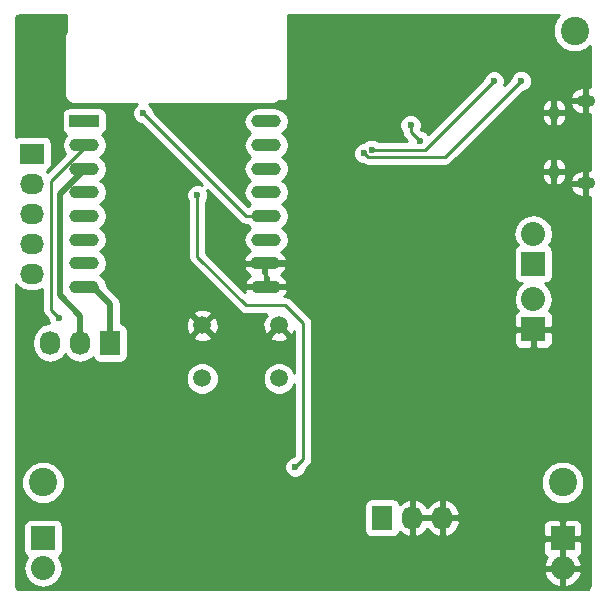
<source format=gbr>
G04 #@! TF.FileFunction,Copper,L2,Bot,Signal*
%FSLAX46Y46*%
G04 Gerber Fmt 4.6, Leading zero omitted, Abs format (unit mm)*
G04 Created by KiCad (PCBNEW 4.0.2-1.fc23-product) date Tue 29 Mar 2016 21:37:23 CEST*
%MOMM*%
G01*
G04 APERTURE LIST*
%ADD10C,0.100000*%
%ADD11C,2.400000*%
%ADD12R,2.032000X2.032000*%
%ADD13O,2.032000X2.032000*%
%ADD14R,1.727200X2.032000*%
%ADD15O,1.727200X2.032000*%
%ADD16O,0.950000X1.250000*%
%ADD17O,1.550000X1.000000*%
%ADD18C,1.500000*%
%ADD19R,2.500000X1.100000*%
%ADD20O,2.500000X1.100000*%
%ADD21R,2.032000X1.727200*%
%ADD22O,2.032000X1.727200*%
%ADD23C,0.600000*%
%ADD24C,0.250000*%
%ADD25C,0.500000*%
%ADD26C,0.254000*%
G04 APERTURE END LIST*
D10*
D11*
X153000000Y-90250000D03*
X197000000Y-90250000D03*
D12*
X153000000Y-95000000D03*
D13*
X153000000Y-97540000D03*
D12*
X197000000Y-95000000D03*
D13*
X197000000Y-97540000D03*
D14*
X181710000Y-93250000D03*
D15*
X184250000Y-93250000D03*
X186790000Y-93250000D03*
D14*
X158680000Y-78450000D03*
D15*
X156140000Y-78450000D03*
X153600000Y-78450000D03*
D16*
X196247460Y-63940900D03*
X196247460Y-58940900D03*
D17*
X198947460Y-64940900D03*
X198947460Y-57940900D03*
D18*
X172970000Y-81460000D03*
X166470000Y-81460000D03*
X166470000Y-76960000D03*
X172970000Y-76960000D03*
D12*
X194500000Y-77290000D03*
D13*
X194500000Y-74750000D03*
D12*
X194500000Y-71750000D03*
D13*
X194500000Y-69210000D03*
D19*
X156490000Y-59700000D03*
D20*
X156490000Y-61700000D03*
X156490000Y-63700000D03*
X156490000Y-65700000D03*
X156490000Y-67700000D03*
X156490000Y-69700000D03*
X156490000Y-71700000D03*
X156490000Y-73700000D03*
X171890000Y-73700000D03*
X171790000Y-71700000D03*
X171890000Y-69700000D03*
X171890000Y-67700000D03*
X171890000Y-65700000D03*
X171890000Y-63700000D03*
X171890000Y-61700000D03*
X171890000Y-59700000D03*
D21*
X152075000Y-62425000D03*
D22*
X152075000Y-64965000D03*
X152075000Y-67505000D03*
X152075000Y-70045000D03*
X152075000Y-72585000D03*
D11*
X198000000Y-52000000D03*
D23*
X161450000Y-59000000D03*
X157190000Y-73700000D03*
X180150000Y-67440000D03*
X180190298Y-62400873D03*
X193480000Y-56260000D03*
X180814980Y-62084979D03*
X191178755Y-56268755D03*
X184890000Y-61340000D03*
X184110000Y-60000000D03*
X166050000Y-65925000D03*
X174350000Y-88950000D03*
X154314887Y-76315215D03*
D24*
X161450000Y-59000000D02*
X170150000Y-67700000D01*
X170150000Y-67700000D02*
X171190000Y-67700000D01*
D25*
X158680000Y-78450000D02*
X158680000Y-75190000D01*
X158680000Y-75190000D02*
X157190000Y-73700000D01*
X178050000Y-68550000D02*
X174900000Y-71700000D01*
X174900000Y-71700000D02*
X171190000Y-71700000D01*
D24*
X187039128Y-62700872D02*
X180490297Y-62700872D01*
X180490297Y-62700872D02*
X180190298Y-62400873D01*
X193480000Y-56260000D02*
X187039128Y-62700872D01*
X181239244Y-62084979D02*
X180814980Y-62084979D01*
X185362531Y-62084979D02*
X181239244Y-62084979D01*
X191178755Y-56268755D02*
X185362531Y-62084979D01*
D25*
X156140000Y-78450000D02*
X156140000Y-76142294D01*
X156140000Y-76142294D02*
X154407388Y-74409682D01*
X154407388Y-65809806D02*
X156517194Y-63700000D01*
X154407388Y-74409682D02*
X154407388Y-65809806D01*
X156517194Y-63700000D02*
X157190000Y-63700000D01*
D24*
X184110000Y-60000000D02*
X184110000Y-60560000D01*
X184110000Y-60560000D02*
X184890000Y-61340000D01*
X174350000Y-88950000D02*
X175041015Y-88258985D01*
X175041015Y-88258985D02*
X175041015Y-76797965D01*
X175041015Y-76797965D02*
X173520111Y-75277061D01*
X173520111Y-75277061D02*
X170170275Y-75277061D01*
X170170275Y-75277061D02*
X166050000Y-71156786D01*
X166050000Y-71156786D02*
X166050000Y-65925000D01*
X153673373Y-64720598D02*
X153673373Y-75673701D01*
X156693971Y-61700000D02*
X153673373Y-64720598D01*
X154014888Y-76015216D02*
X154314887Y-76315215D01*
X153673373Y-75673701D02*
X154014888Y-76015216D01*
X157190000Y-61700000D02*
X156693971Y-61700000D01*
X157190000Y-61700000D02*
X156120000Y-61700000D01*
D26*
G36*
X154973000Y-52035301D02*
X154844046Y-52228295D01*
X154790000Y-52500000D01*
X154790000Y-57500000D01*
X154844046Y-57771705D01*
X154997954Y-58002046D01*
X155228295Y-58155954D01*
X155500000Y-58210000D01*
X160917935Y-58210000D01*
X160657808Y-58469673D01*
X160515162Y-58813201D01*
X160514838Y-59185167D01*
X160656883Y-59528943D01*
X160919673Y-59792192D01*
X161263201Y-59934838D01*
X161310077Y-59934879D01*
X166456651Y-65081453D01*
X166236799Y-64990162D01*
X165864833Y-64989838D01*
X165521057Y-65131883D01*
X165257808Y-65394673D01*
X165115162Y-65738201D01*
X165114838Y-66110167D01*
X165256883Y-66453943D01*
X165290000Y-66487118D01*
X165290000Y-71156786D01*
X165347852Y-71447625D01*
X165512599Y-71694187D01*
X169632874Y-75814462D01*
X169879436Y-75979209D01*
X170170275Y-76037061D01*
X171899399Y-76037061D01*
X171883426Y-76053034D01*
X171998481Y-76168089D01*
X171757540Y-76236077D01*
X171572799Y-76755171D01*
X171600770Y-77305448D01*
X171757540Y-77683923D01*
X171998483Y-77751912D01*
X172790395Y-76960000D01*
X172776253Y-76945858D01*
X172955858Y-76766253D01*
X172970000Y-76780395D01*
X172984143Y-76766253D01*
X173163748Y-76945858D01*
X173149605Y-76960000D01*
X173941517Y-77751912D01*
X174182460Y-77683923D01*
X174281015Y-77406998D01*
X174281015Y-81006076D01*
X174144831Y-80676485D01*
X173755564Y-80286539D01*
X173246702Y-80075241D01*
X172695715Y-80074760D01*
X172186485Y-80285169D01*
X171796539Y-80674436D01*
X171585241Y-81183298D01*
X171584760Y-81734285D01*
X171795169Y-82243515D01*
X172184436Y-82633461D01*
X172693298Y-82844759D01*
X173244285Y-82845240D01*
X173753515Y-82634831D01*
X174143461Y-82245564D01*
X174281015Y-81914297D01*
X174281015Y-87944183D01*
X174210320Y-88014878D01*
X174164833Y-88014838D01*
X173821057Y-88156883D01*
X173557808Y-88419673D01*
X173415162Y-88763201D01*
X173414838Y-89135167D01*
X173556883Y-89478943D01*
X173819673Y-89742192D01*
X174163201Y-89884838D01*
X174535167Y-89885162D01*
X174878943Y-89743117D01*
X175142192Y-89480327D01*
X175284838Y-89136799D01*
X175284879Y-89089923D01*
X175578416Y-88796386D01*
X175743163Y-88549824D01*
X175801015Y-88258985D01*
X175801015Y-77575750D01*
X192849000Y-77575750D01*
X192849000Y-78432309D01*
X192945673Y-78665698D01*
X193124301Y-78844327D01*
X193357690Y-78941000D01*
X194214250Y-78941000D01*
X194373000Y-78782250D01*
X194373000Y-77417000D01*
X194627000Y-77417000D01*
X194627000Y-78782250D01*
X194785750Y-78941000D01*
X195642310Y-78941000D01*
X195875699Y-78844327D01*
X196054327Y-78665698D01*
X196151000Y-78432309D01*
X196151000Y-77575750D01*
X195992250Y-77417000D01*
X194627000Y-77417000D01*
X194373000Y-77417000D01*
X193007750Y-77417000D01*
X192849000Y-77575750D01*
X175801015Y-77575750D01*
X175801015Y-76797965D01*
X175743163Y-76507126D01*
X175578416Y-76260564D01*
X174057512Y-74739660D01*
X173810950Y-74574913D01*
X173520111Y-74517061D01*
X173435173Y-74517061D01*
X173517724Y-74448118D01*
X173733398Y-74036146D01*
X173733803Y-74009744D01*
X173608361Y-73827000D01*
X172017000Y-73827000D01*
X172017000Y-73847000D01*
X171763000Y-73847000D01*
X171763000Y-73827000D01*
X170171639Y-73827000D01*
X170046197Y-74009744D01*
X170046602Y-74036146D01*
X170093231Y-74125215D01*
X167977760Y-72009744D01*
X169946197Y-72009744D01*
X169946602Y-72036146D01*
X170162276Y-72448118D01*
X170513873Y-72741758D01*
X170262276Y-72951882D01*
X170046602Y-73363854D01*
X170046197Y-73390256D01*
X170171639Y-73573000D01*
X171763000Y-73573000D01*
X171763000Y-72515000D01*
X171663000Y-72515000D01*
X171663000Y-71827000D01*
X171917000Y-71827000D01*
X171917000Y-72885000D01*
X172017000Y-72885000D01*
X172017000Y-73573000D01*
X173608361Y-73573000D01*
X173733803Y-73390256D01*
X173733398Y-73363854D01*
X173517724Y-72951882D01*
X173166127Y-72658242D01*
X173417724Y-72448118D01*
X173633398Y-72036146D01*
X173633803Y-72009744D01*
X173508361Y-71827000D01*
X171917000Y-71827000D01*
X171663000Y-71827000D01*
X170071639Y-71827000D01*
X169946197Y-72009744D01*
X167977760Y-72009744D01*
X166810000Y-70841984D01*
X166810000Y-66487463D01*
X166842192Y-66455327D01*
X166984838Y-66111799D01*
X166985162Y-65739833D01*
X166893717Y-65518519D01*
X169612599Y-68237401D01*
X169859161Y-68402148D01*
X170150000Y-68460000D01*
X170263083Y-68460000D01*
X170315149Y-68537922D01*
X170557717Y-68700000D01*
X170315149Y-68862078D01*
X170058274Y-69246520D01*
X169968071Y-69700000D01*
X170058274Y-70153480D01*
X170315149Y-70537922D01*
X170505583Y-70665165D01*
X170162276Y-70951882D01*
X169946602Y-71363854D01*
X169946197Y-71390256D01*
X170071639Y-71573000D01*
X171663000Y-71573000D01*
X171663000Y-71553000D01*
X171917000Y-71553000D01*
X171917000Y-71573000D01*
X173508361Y-71573000D01*
X173633803Y-71390256D01*
X173633398Y-71363854D01*
X173417724Y-70951882D01*
X173163309Y-70739405D01*
X173464851Y-70537922D01*
X173721726Y-70153480D01*
X173811929Y-69700000D01*
X173721726Y-69246520D01*
X173697325Y-69210000D01*
X192816655Y-69210000D01*
X192942330Y-69841810D01*
X193169499Y-70181792D01*
X193032559Y-70269910D01*
X192887569Y-70482110D01*
X192836560Y-70734000D01*
X192836560Y-72766000D01*
X192880838Y-73001317D01*
X193019910Y-73217441D01*
X193232110Y-73362431D01*
X193484000Y-73413440D01*
X193537276Y-73413440D01*
X193332567Y-73550222D01*
X192974675Y-74085845D01*
X192849000Y-74717655D01*
X192849000Y-74782345D01*
X192974675Y-75414155D01*
X193175372Y-75714519D01*
X193124301Y-75735673D01*
X192945673Y-75914302D01*
X192849000Y-76147691D01*
X192849000Y-77004250D01*
X193007750Y-77163000D01*
X194373000Y-77163000D01*
X194373000Y-77143000D01*
X194627000Y-77143000D01*
X194627000Y-77163000D01*
X195992250Y-77163000D01*
X196151000Y-77004250D01*
X196151000Y-76147691D01*
X196054327Y-75914302D01*
X195875699Y-75735673D01*
X195824628Y-75714519D01*
X196025325Y-75414155D01*
X196151000Y-74782345D01*
X196151000Y-74717655D01*
X196025325Y-74085845D01*
X195667433Y-73550222D01*
X195462724Y-73413440D01*
X195516000Y-73413440D01*
X195751317Y-73369162D01*
X195967441Y-73230090D01*
X196112431Y-73017890D01*
X196163440Y-72766000D01*
X196163440Y-70734000D01*
X196119162Y-70498683D01*
X195980090Y-70282559D01*
X195831163Y-70180802D01*
X196057670Y-69841810D01*
X196183345Y-69210000D01*
X196057670Y-68578190D01*
X195699778Y-68042567D01*
X195164155Y-67684675D01*
X194532345Y-67559000D01*
X194467655Y-67559000D01*
X193835845Y-67684675D01*
X193300222Y-68042567D01*
X192942330Y-68578190D01*
X192816655Y-69210000D01*
X173697325Y-69210000D01*
X173464851Y-68862078D01*
X173222283Y-68700000D01*
X173464851Y-68537922D01*
X173721726Y-68153480D01*
X173811929Y-67700000D01*
X173721726Y-67246520D01*
X173464851Y-66862078D01*
X173222283Y-66700000D01*
X173464851Y-66537922D01*
X173721726Y-66153480D01*
X173811929Y-65700000D01*
X173721726Y-65246520D01*
X173719224Y-65242774D01*
X197578341Y-65242774D01*
X197780092Y-65653663D01*
X198120782Y-65940902D01*
X198545460Y-66075900D01*
X198820460Y-66075900D01*
X198820460Y-65067900D01*
X197704506Y-65067900D01*
X197578341Y-65242774D01*
X173719224Y-65242774D01*
X173464851Y-64862078D01*
X173222283Y-64700000D01*
X173464851Y-64537922D01*
X173662558Y-64242031D01*
X195146231Y-64242031D01*
X195287892Y-64651949D01*
X195575639Y-64976452D01*
X195949522Y-65160168D01*
X196120460Y-65033634D01*
X196120460Y-64067900D01*
X196374460Y-64067900D01*
X196374460Y-65033634D01*
X196545398Y-65160168D01*
X196919281Y-64976452D01*
X197207028Y-64651949D01*
X197211493Y-64639026D01*
X197578341Y-64639026D01*
X197704506Y-64813900D01*
X198820460Y-64813900D01*
X198820460Y-63805900D01*
X198545460Y-63805900D01*
X198120782Y-63940898D01*
X197780092Y-64228137D01*
X197578341Y-64639026D01*
X197211493Y-64639026D01*
X197348689Y-64242031D01*
X197200023Y-64067900D01*
X196374460Y-64067900D01*
X196120460Y-64067900D01*
X195294897Y-64067900D01*
X195146231Y-64242031D01*
X173662558Y-64242031D01*
X173721726Y-64153480D01*
X173811929Y-63700000D01*
X173799949Y-63639769D01*
X195146231Y-63639769D01*
X195294897Y-63813900D01*
X196120460Y-63813900D01*
X196120460Y-62848166D01*
X196374460Y-62848166D01*
X196374460Y-63813900D01*
X197200023Y-63813900D01*
X197348689Y-63639769D01*
X197207028Y-63229851D01*
X196919281Y-62905348D01*
X196545398Y-62721632D01*
X196374460Y-62848166D01*
X196120460Y-62848166D01*
X195949522Y-62721632D01*
X195575639Y-62905348D01*
X195287892Y-63229851D01*
X195146231Y-63639769D01*
X173799949Y-63639769D01*
X173721726Y-63246520D01*
X173464851Y-62862078D01*
X173222283Y-62700000D01*
X173392836Y-62586040D01*
X179255136Y-62586040D01*
X179397181Y-62929816D01*
X179659971Y-63193065D01*
X180003499Y-63335711D01*
X180098847Y-63335794D01*
X180199458Y-63403020D01*
X180490297Y-63460872D01*
X187039128Y-63460872D01*
X187329967Y-63403020D01*
X187576529Y-63238273D01*
X191572771Y-59242031D01*
X195146231Y-59242031D01*
X195287892Y-59651949D01*
X195575639Y-59976452D01*
X195949522Y-60160168D01*
X196120460Y-60033634D01*
X196120460Y-59067900D01*
X196374460Y-59067900D01*
X196374460Y-60033634D01*
X196545398Y-60160168D01*
X196919281Y-59976452D01*
X197207028Y-59651949D01*
X197348689Y-59242031D01*
X197200023Y-59067900D01*
X196374460Y-59067900D01*
X196120460Y-59067900D01*
X195294897Y-59067900D01*
X195146231Y-59242031D01*
X191572771Y-59242031D01*
X192175033Y-58639769D01*
X195146231Y-58639769D01*
X195294897Y-58813900D01*
X196120460Y-58813900D01*
X196120460Y-57848166D01*
X196374460Y-57848166D01*
X196374460Y-58813900D01*
X197200023Y-58813900D01*
X197348689Y-58639769D01*
X197211494Y-58242774D01*
X197578341Y-58242774D01*
X197780092Y-58653663D01*
X198120782Y-58940902D01*
X198545460Y-59075900D01*
X198820460Y-59075900D01*
X198820460Y-58067900D01*
X197704506Y-58067900D01*
X197578341Y-58242774D01*
X197211494Y-58242774D01*
X197207028Y-58229851D01*
X196919281Y-57905348D01*
X196545398Y-57721632D01*
X196374460Y-57848166D01*
X196120460Y-57848166D01*
X195949522Y-57721632D01*
X195575639Y-57905348D01*
X195287892Y-58229851D01*
X195146231Y-58639769D01*
X192175033Y-58639769D01*
X193175776Y-57639026D01*
X197578341Y-57639026D01*
X197704506Y-57813900D01*
X198820460Y-57813900D01*
X198820460Y-56805900D01*
X198545460Y-56805900D01*
X198120782Y-56940898D01*
X197780092Y-57228137D01*
X197578341Y-57639026D01*
X193175776Y-57639026D01*
X193619680Y-57195122D01*
X193665167Y-57195162D01*
X194008943Y-57053117D01*
X194272192Y-56790327D01*
X194414838Y-56446799D01*
X194415162Y-56074833D01*
X194273117Y-55731057D01*
X194010327Y-55467808D01*
X193666799Y-55325162D01*
X193294833Y-55324838D01*
X192951057Y-55466883D01*
X192687808Y-55729673D01*
X192545162Y-56073201D01*
X192545121Y-56120077D01*
X192045387Y-56619811D01*
X192113593Y-56455554D01*
X192113917Y-56083588D01*
X191971872Y-55739812D01*
X191709082Y-55476563D01*
X191365554Y-55333917D01*
X190993588Y-55333593D01*
X190649812Y-55475638D01*
X190386563Y-55738428D01*
X190243917Y-56081956D01*
X190243876Y-56128832D01*
X185622437Y-60750271D01*
X185420327Y-60547808D01*
X185076799Y-60405162D01*
X185029923Y-60405121D01*
X184976405Y-60351603D01*
X185044838Y-60186799D01*
X185045162Y-59814833D01*
X184903117Y-59471057D01*
X184640327Y-59207808D01*
X184296799Y-59065162D01*
X183924833Y-59064838D01*
X183581057Y-59206883D01*
X183317808Y-59469673D01*
X183175162Y-59813201D01*
X183174838Y-60185167D01*
X183316883Y-60528943D01*
X183350526Y-60562645D01*
X183407852Y-60850839D01*
X183572599Y-61097401D01*
X183800177Y-61324979D01*
X181377443Y-61324979D01*
X181345307Y-61292787D01*
X181001779Y-61150141D01*
X180629813Y-61149817D01*
X180286037Y-61291862D01*
X180111791Y-61465804D01*
X180005131Y-61465711D01*
X179661355Y-61607756D01*
X179398106Y-61870546D01*
X179255460Y-62214074D01*
X179255136Y-62586040D01*
X173392836Y-62586040D01*
X173464851Y-62537922D01*
X173721726Y-62153480D01*
X173811929Y-61700000D01*
X173721726Y-61246520D01*
X173464851Y-60862078D01*
X173222283Y-60700000D01*
X173464851Y-60537922D01*
X173721726Y-60153480D01*
X173811929Y-59700000D01*
X173721726Y-59246520D01*
X173464851Y-58862078D01*
X173080409Y-58605203D01*
X172626929Y-58515000D01*
X171153071Y-58515000D01*
X170699591Y-58605203D01*
X170315149Y-58862078D01*
X170058274Y-59246520D01*
X169968071Y-59700000D01*
X170058274Y-60153480D01*
X170315149Y-60537922D01*
X170557717Y-60700000D01*
X170315149Y-60862078D01*
X170058274Y-61246520D01*
X169968071Y-61700000D01*
X170058274Y-62153480D01*
X170315149Y-62537922D01*
X170557717Y-62700000D01*
X170315149Y-62862078D01*
X170058274Y-63246520D01*
X169968071Y-63700000D01*
X170058274Y-64153480D01*
X170315149Y-64537922D01*
X170557717Y-64700000D01*
X170315149Y-64862078D01*
X170058274Y-65246520D01*
X169968071Y-65700000D01*
X170058274Y-66153480D01*
X170315149Y-66537922D01*
X170557717Y-66700000D01*
X170358149Y-66833347D01*
X162385122Y-58860320D01*
X162385162Y-58814833D01*
X162243117Y-58471057D01*
X161982515Y-58210000D01*
X172500000Y-58210000D01*
X172771705Y-58155954D01*
X173002046Y-58002046D01*
X173052190Y-57927000D01*
X173600000Y-57927000D01*
X173646159Y-57918315D01*
X173688553Y-57891035D01*
X173716994Y-57849410D01*
X173727000Y-57800000D01*
X173727000Y-50710000D01*
X196694904Y-50710000D01*
X196445270Y-50959199D01*
X196165319Y-51633395D01*
X196164682Y-52363403D01*
X196443455Y-53038086D01*
X196959199Y-53554730D01*
X197633395Y-53834681D01*
X198363403Y-53835318D01*
X199038086Y-53556545D01*
X199290000Y-53305070D01*
X199290000Y-56805900D01*
X199074460Y-56805900D01*
X199074460Y-57813900D01*
X199094460Y-57813900D01*
X199094460Y-58067900D01*
X199074460Y-58067900D01*
X199074460Y-59075900D01*
X199290000Y-59075900D01*
X199290000Y-63805900D01*
X199074460Y-63805900D01*
X199074460Y-64813900D01*
X199094460Y-64813900D01*
X199094460Y-65067900D01*
X199074460Y-65067900D01*
X199074460Y-66075900D01*
X199290000Y-66075900D01*
X199290000Y-98930070D01*
X199255074Y-99105655D01*
X199195225Y-99195226D01*
X199105655Y-99255074D01*
X198930070Y-99290000D01*
X151069930Y-99290000D01*
X150894345Y-99255074D01*
X150804774Y-99195225D01*
X150744926Y-99105655D01*
X150710000Y-98930070D01*
X150710000Y-97540000D01*
X151316655Y-97540000D01*
X151442330Y-98171810D01*
X151800222Y-98707433D01*
X152335845Y-99065325D01*
X152967655Y-99191000D01*
X153032345Y-99191000D01*
X153664155Y-99065325D01*
X154199778Y-98707433D01*
X154557670Y-98171810D01*
X154607172Y-97922944D01*
X195394025Y-97922944D01*
X195593615Y-98404818D01*
X196031621Y-98877188D01*
X196617054Y-99145983D01*
X196873000Y-99027367D01*
X196873000Y-97667000D01*
X197127000Y-97667000D01*
X197127000Y-99027367D01*
X197382946Y-99145983D01*
X197968379Y-98877188D01*
X198406385Y-98404818D01*
X198605975Y-97922944D01*
X198486836Y-97667000D01*
X197127000Y-97667000D01*
X196873000Y-97667000D01*
X195513164Y-97667000D01*
X195394025Y-97922944D01*
X154607172Y-97922944D01*
X154683345Y-97540000D01*
X154557670Y-96908190D01*
X154330501Y-96568208D01*
X154467441Y-96480090D01*
X154612431Y-96267890D01*
X154663440Y-96016000D01*
X154663440Y-95285750D01*
X195349000Y-95285750D01*
X195349000Y-96142310D01*
X195445673Y-96375699D01*
X195624302Y-96554327D01*
X195683096Y-96578680D01*
X195593615Y-96675182D01*
X195394025Y-97157056D01*
X195513164Y-97413000D01*
X196873000Y-97413000D01*
X196873000Y-95127000D01*
X197127000Y-95127000D01*
X197127000Y-97413000D01*
X198486836Y-97413000D01*
X198605975Y-97157056D01*
X198406385Y-96675182D01*
X198316904Y-96578680D01*
X198375698Y-96554327D01*
X198554327Y-96375699D01*
X198651000Y-96142310D01*
X198651000Y-95285750D01*
X198492250Y-95127000D01*
X197127000Y-95127000D01*
X196873000Y-95127000D01*
X195507750Y-95127000D01*
X195349000Y-95285750D01*
X154663440Y-95285750D01*
X154663440Y-93984000D01*
X154619162Y-93748683D01*
X154480090Y-93532559D01*
X154267890Y-93387569D01*
X154016000Y-93336560D01*
X151984000Y-93336560D01*
X151748683Y-93380838D01*
X151532559Y-93519910D01*
X151387569Y-93732110D01*
X151336560Y-93984000D01*
X151336560Y-96016000D01*
X151380838Y-96251317D01*
X151519910Y-96467441D01*
X151668837Y-96569198D01*
X151442330Y-96908190D01*
X151316655Y-97540000D01*
X150710000Y-97540000D01*
X150710000Y-92234000D01*
X180198960Y-92234000D01*
X180198960Y-94266000D01*
X180243238Y-94501317D01*
X180382310Y-94717441D01*
X180594510Y-94862431D01*
X180846400Y-94913440D01*
X182573600Y-94913440D01*
X182808917Y-94869162D01*
X183025041Y-94730090D01*
X183170031Y-94517890D01*
X183189232Y-94423073D01*
X183347964Y-94600732D01*
X183875209Y-94854709D01*
X183890974Y-94857358D01*
X184123000Y-94736217D01*
X184123000Y-93377000D01*
X184377000Y-93377000D01*
X184377000Y-94736217D01*
X184609026Y-94857358D01*
X184624791Y-94854709D01*
X185152036Y-94600732D01*
X185520000Y-94188892D01*
X185887964Y-94600732D01*
X186415209Y-94854709D01*
X186430974Y-94857358D01*
X186663000Y-94736217D01*
X186663000Y-93377000D01*
X186917000Y-93377000D01*
X186917000Y-94736217D01*
X187149026Y-94857358D01*
X187164791Y-94854709D01*
X187692036Y-94600732D01*
X188081954Y-94164320D01*
X188189212Y-93857690D01*
X195349000Y-93857690D01*
X195349000Y-94714250D01*
X195507750Y-94873000D01*
X196873000Y-94873000D01*
X196873000Y-93507750D01*
X197127000Y-93507750D01*
X197127000Y-94873000D01*
X198492250Y-94873000D01*
X198651000Y-94714250D01*
X198651000Y-93857690D01*
X198554327Y-93624301D01*
X198375698Y-93445673D01*
X198142309Y-93349000D01*
X197285750Y-93349000D01*
X197127000Y-93507750D01*
X196873000Y-93507750D01*
X196714250Y-93349000D01*
X195857691Y-93349000D01*
X195624302Y-93445673D01*
X195445673Y-93624301D01*
X195349000Y-93857690D01*
X188189212Y-93857690D01*
X188275184Y-93611913D01*
X188130924Y-93377000D01*
X186917000Y-93377000D01*
X186663000Y-93377000D01*
X184377000Y-93377000D01*
X184123000Y-93377000D01*
X184103000Y-93377000D01*
X184103000Y-93123000D01*
X184123000Y-93123000D01*
X184123000Y-91763783D01*
X184377000Y-91763783D01*
X184377000Y-93123000D01*
X186663000Y-93123000D01*
X186663000Y-91763783D01*
X186917000Y-91763783D01*
X186917000Y-93123000D01*
X188130924Y-93123000D01*
X188275184Y-92888087D01*
X188081954Y-92335680D01*
X187692036Y-91899268D01*
X187164791Y-91645291D01*
X187149026Y-91642642D01*
X186917000Y-91763783D01*
X186663000Y-91763783D01*
X186430974Y-91642642D01*
X186415209Y-91645291D01*
X185887964Y-91899268D01*
X185520000Y-92311108D01*
X185152036Y-91899268D01*
X184624791Y-91645291D01*
X184609026Y-91642642D01*
X184377000Y-91763783D01*
X184123000Y-91763783D01*
X183890974Y-91642642D01*
X183875209Y-91645291D01*
X183347964Y-91899268D01*
X183191093Y-92074845D01*
X183176762Y-91998683D01*
X183037690Y-91782559D01*
X182825490Y-91637569D01*
X182573600Y-91586560D01*
X180846400Y-91586560D01*
X180611083Y-91630838D01*
X180394959Y-91769910D01*
X180249969Y-91982110D01*
X180198960Y-92234000D01*
X150710000Y-92234000D01*
X150710000Y-90613403D01*
X151164682Y-90613403D01*
X151443455Y-91288086D01*
X151959199Y-91804730D01*
X152633395Y-92084681D01*
X153363403Y-92085318D01*
X154038086Y-91806545D01*
X154554730Y-91290801D01*
X154834681Y-90616605D01*
X154834683Y-90613403D01*
X195164682Y-90613403D01*
X195443455Y-91288086D01*
X195959199Y-91804730D01*
X196633395Y-92084681D01*
X197363403Y-92085318D01*
X198038086Y-91806545D01*
X198554730Y-91290801D01*
X198834681Y-90616605D01*
X198835318Y-89886597D01*
X198556545Y-89211914D01*
X198040801Y-88695270D01*
X197366605Y-88415319D01*
X196636597Y-88414682D01*
X195961914Y-88693455D01*
X195445270Y-89209199D01*
X195165319Y-89883395D01*
X195164682Y-90613403D01*
X154834683Y-90613403D01*
X154835318Y-89886597D01*
X154556545Y-89211914D01*
X154040801Y-88695270D01*
X153366605Y-88415319D01*
X152636597Y-88414682D01*
X151961914Y-88693455D01*
X151445270Y-89209199D01*
X151165319Y-89883395D01*
X151164682Y-90613403D01*
X150710000Y-90613403D01*
X150710000Y-81734285D01*
X165084760Y-81734285D01*
X165295169Y-82243515D01*
X165684436Y-82633461D01*
X166193298Y-82844759D01*
X166744285Y-82845240D01*
X167253515Y-82634831D01*
X167643461Y-82245564D01*
X167854759Y-81736702D01*
X167855240Y-81185715D01*
X167644831Y-80676485D01*
X167255564Y-80286539D01*
X166746702Y-80075241D01*
X166195715Y-80074760D01*
X165686485Y-80285169D01*
X165296539Y-80674436D01*
X165085241Y-81183298D01*
X165084760Y-81734285D01*
X150710000Y-81734285D01*
X150710000Y-73464202D01*
X150830585Y-73644670D01*
X151316766Y-73969526D01*
X151890255Y-74083600D01*
X152259745Y-74083600D01*
X152833234Y-73969526D01*
X152913373Y-73915979D01*
X152913373Y-75673701D01*
X152971225Y-75964540D01*
X153135972Y-76211102D01*
X153379765Y-76454895D01*
X153379725Y-76500382D01*
X153498120Y-76786920D01*
X153026511Y-76880729D01*
X152540330Y-77205585D01*
X152215474Y-77691766D01*
X152101400Y-78265255D01*
X152101400Y-78634745D01*
X152215474Y-79208234D01*
X152540330Y-79694415D01*
X153026511Y-80019271D01*
X153600000Y-80133345D01*
X154173489Y-80019271D01*
X154659670Y-79694415D01*
X154870000Y-79379634D01*
X155080330Y-79694415D01*
X155566511Y-80019271D01*
X156140000Y-80133345D01*
X156713489Y-80019271D01*
X157199670Y-79694415D01*
X157209243Y-79680087D01*
X157213238Y-79701317D01*
X157352310Y-79917441D01*
X157564510Y-80062431D01*
X157816400Y-80113440D01*
X159543600Y-80113440D01*
X159778917Y-80069162D01*
X159995041Y-79930090D01*
X160140031Y-79717890D01*
X160191040Y-79466000D01*
X160191040Y-77931517D01*
X165678088Y-77931517D01*
X165746077Y-78172460D01*
X166265171Y-78357201D01*
X166815448Y-78329230D01*
X167193923Y-78172460D01*
X167261912Y-77931517D01*
X172178088Y-77931517D01*
X172246077Y-78172460D01*
X172765171Y-78357201D01*
X173315448Y-78329230D01*
X173693923Y-78172460D01*
X173761912Y-77931517D01*
X172970000Y-77139605D01*
X172178088Y-77931517D01*
X167261912Y-77931517D01*
X166470000Y-77139605D01*
X165678088Y-77931517D01*
X160191040Y-77931517D01*
X160191040Y-77434000D01*
X160146762Y-77198683D01*
X160007690Y-76982559D01*
X159795490Y-76837569D01*
X159565000Y-76790894D01*
X159565000Y-76755171D01*
X165072799Y-76755171D01*
X165100770Y-77305448D01*
X165257540Y-77683923D01*
X165498483Y-77751912D01*
X166290395Y-76960000D01*
X166649605Y-76960000D01*
X167441517Y-77751912D01*
X167682460Y-77683923D01*
X167867201Y-77164829D01*
X167839230Y-76614552D01*
X167682460Y-76236077D01*
X167441517Y-76168088D01*
X166649605Y-76960000D01*
X166290395Y-76960000D01*
X165498483Y-76168088D01*
X165257540Y-76236077D01*
X165072799Y-76755171D01*
X159565000Y-76755171D01*
X159565000Y-75988483D01*
X165678088Y-75988483D01*
X166470000Y-76780395D01*
X167261912Y-75988483D01*
X167193923Y-75747540D01*
X166674829Y-75562799D01*
X166124552Y-75590770D01*
X165746077Y-75747540D01*
X165678088Y-75988483D01*
X159565000Y-75988483D01*
X159565000Y-75190005D01*
X159565001Y-75190000D01*
X159497633Y-74851325D01*
X159428832Y-74748357D01*
X159305790Y-74564210D01*
X159305787Y-74564208D01*
X158404567Y-73662987D01*
X158321726Y-73246520D01*
X158064851Y-72862078D01*
X157822283Y-72700000D01*
X158064851Y-72537922D01*
X158321726Y-72153480D01*
X158411929Y-71700000D01*
X158321726Y-71246520D01*
X158064851Y-70862078D01*
X157822283Y-70700000D01*
X158064851Y-70537922D01*
X158321726Y-70153480D01*
X158411929Y-69700000D01*
X158321726Y-69246520D01*
X158064851Y-68862078D01*
X157822283Y-68700000D01*
X158064851Y-68537922D01*
X158321726Y-68153480D01*
X158411929Y-67700000D01*
X158321726Y-67246520D01*
X158064851Y-66862078D01*
X157822283Y-66700000D01*
X158064851Y-66537922D01*
X158321726Y-66153480D01*
X158411929Y-65700000D01*
X158321726Y-65246520D01*
X158064851Y-64862078D01*
X157822283Y-64700000D01*
X158064851Y-64537922D01*
X158321726Y-64153480D01*
X158411929Y-63700000D01*
X158321726Y-63246520D01*
X158064851Y-62862078D01*
X157822283Y-62700000D01*
X158064851Y-62537922D01*
X158321726Y-62153480D01*
X158411929Y-61700000D01*
X158321726Y-61246520D01*
X158064851Y-60862078D01*
X158014129Y-60828187D01*
X158191441Y-60714090D01*
X158336431Y-60501890D01*
X158387440Y-60250000D01*
X158387440Y-59150000D01*
X158343162Y-58914683D01*
X158204090Y-58698559D01*
X157991890Y-58553569D01*
X157740000Y-58502560D01*
X155240000Y-58502560D01*
X155004683Y-58546838D01*
X154788559Y-58685910D01*
X154643569Y-58898110D01*
X154592560Y-59150000D01*
X154592560Y-60250000D01*
X154636838Y-60485317D01*
X154775910Y-60701441D01*
X154963615Y-60829694D01*
X154915149Y-60862078D01*
X154658274Y-61246520D01*
X154568071Y-61700000D01*
X154658274Y-62153480D01*
X154861515Y-62457654D01*
X153357236Y-63961933D01*
X153319415Y-63905330D01*
X153305087Y-63895757D01*
X153326317Y-63891762D01*
X153542441Y-63752690D01*
X153687431Y-63540490D01*
X153738440Y-63288600D01*
X153738440Y-61561400D01*
X153694162Y-61326083D01*
X153555090Y-61109959D01*
X153342890Y-60964969D01*
X153091000Y-60913960D01*
X151059000Y-60913960D01*
X150823683Y-60958238D01*
X150710000Y-61031391D01*
X150710000Y-51069930D01*
X150744926Y-50894345D01*
X150804774Y-50804775D01*
X150894345Y-50744926D01*
X151069930Y-50710000D01*
X154973000Y-50710000D01*
X154973000Y-52035301D01*
X154973000Y-52035301D01*
G37*
X154973000Y-52035301D02*
X154844046Y-52228295D01*
X154790000Y-52500000D01*
X154790000Y-57500000D01*
X154844046Y-57771705D01*
X154997954Y-58002046D01*
X155228295Y-58155954D01*
X155500000Y-58210000D01*
X160917935Y-58210000D01*
X160657808Y-58469673D01*
X160515162Y-58813201D01*
X160514838Y-59185167D01*
X160656883Y-59528943D01*
X160919673Y-59792192D01*
X161263201Y-59934838D01*
X161310077Y-59934879D01*
X166456651Y-65081453D01*
X166236799Y-64990162D01*
X165864833Y-64989838D01*
X165521057Y-65131883D01*
X165257808Y-65394673D01*
X165115162Y-65738201D01*
X165114838Y-66110167D01*
X165256883Y-66453943D01*
X165290000Y-66487118D01*
X165290000Y-71156786D01*
X165347852Y-71447625D01*
X165512599Y-71694187D01*
X169632874Y-75814462D01*
X169879436Y-75979209D01*
X170170275Y-76037061D01*
X171899399Y-76037061D01*
X171883426Y-76053034D01*
X171998481Y-76168089D01*
X171757540Y-76236077D01*
X171572799Y-76755171D01*
X171600770Y-77305448D01*
X171757540Y-77683923D01*
X171998483Y-77751912D01*
X172790395Y-76960000D01*
X172776253Y-76945858D01*
X172955858Y-76766253D01*
X172970000Y-76780395D01*
X172984143Y-76766253D01*
X173163748Y-76945858D01*
X173149605Y-76960000D01*
X173941517Y-77751912D01*
X174182460Y-77683923D01*
X174281015Y-77406998D01*
X174281015Y-81006076D01*
X174144831Y-80676485D01*
X173755564Y-80286539D01*
X173246702Y-80075241D01*
X172695715Y-80074760D01*
X172186485Y-80285169D01*
X171796539Y-80674436D01*
X171585241Y-81183298D01*
X171584760Y-81734285D01*
X171795169Y-82243515D01*
X172184436Y-82633461D01*
X172693298Y-82844759D01*
X173244285Y-82845240D01*
X173753515Y-82634831D01*
X174143461Y-82245564D01*
X174281015Y-81914297D01*
X174281015Y-87944183D01*
X174210320Y-88014878D01*
X174164833Y-88014838D01*
X173821057Y-88156883D01*
X173557808Y-88419673D01*
X173415162Y-88763201D01*
X173414838Y-89135167D01*
X173556883Y-89478943D01*
X173819673Y-89742192D01*
X174163201Y-89884838D01*
X174535167Y-89885162D01*
X174878943Y-89743117D01*
X175142192Y-89480327D01*
X175284838Y-89136799D01*
X175284879Y-89089923D01*
X175578416Y-88796386D01*
X175743163Y-88549824D01*
X175801015Y-88258985D01*
X175801015Y-77575750D01*
X192849000Y-77575750D01*
X192849000Y-78432309D01*
X192945673Y-78665698D01*
X193124301Y-78844327D01*
X193357690Y-78941000D01*
X194214250Y-78941000D01*
X194373000Y-78782250D01*
X194373000Y-77417000D01*
X194627000Y-77417000D01*
X194627000Y-78782250D01*
X194785750Y-78941000D01*
X195642310Y-78941000D01*
X195875699Y-78844327D01*
X196054327Y-78665698D01*
X196151000Y-78432309D01*
X196151000Y-77575750D01*
X195992250Y-77417000D01*
X194627000Y-77417000D01*
X194373000Y-77417000D01*
X193007750Y-77417000D01*
X192849000Y-77575750D01*
X175801015Y-77575750D01*
X175801015Y-76797965D01*
X175743163Y-76507126D01*
X175578416Y-76260564D01*
X174057512Y-74739660D01*
X173810950Y-74574913D01*
X173520111Y-74517061D01*
X173435173Y-74517061D01*
X173517724Y-74448118D01*
X173733398Y-74036146D01*
X173733803Y-74009744D01*
X173608361Y-73827000D01*
X172017000Y-73827000D01*
X172017000Y-73847000D01*
X171763000Y-73847000D01*
X171763000Y-73827000D01*
X170171639Y-73827000D01*
X170046197Y-74009744D01*
X170046602Y-74036146D01*
X170093231Y-74125215D01*
X167977760Y-72009744D01*
X169946197Y-72009744D01*
X169946602Y-72036146D01*
X170162276Y-72448118D01*
X170513873Y-72741758D01*
X170262276Y-72951882D01*
X170046602Y-73363854D01*
X170046197Y-73390256D01*
X170171639Y-73573000D01*
X171763000Y-73573000D01*
X171763000Y-72515000D01*
X171663000Y-72515000D01*
X171663000Y-71827000D01*
X171917000Y-71827000D01*
X171917000Y-72885000D01*
X172017000Y-72885000D01*
X172017000Y-73573000D01*
X173608361Y-73573000D01*
X173733803Y-73390256D01*
X173733398Y-73363854D01*
X173517724Y-72951882D01*
X173166127Y-72658242D01*
X173417724Y-72448118D01*
X173633398Y-72036146D01*
X173633803Y-72009744D01*
X173508361Y-71827000D01*
X171917000Y-71827000D01*
X171663000Y-71827000D01*
X170071639Y-71827000D01*
X169946197Y-72009744D01*
X167977760Y-72009744D01*
X166810000Y-70841984D01*
X166810000Y-66487463D01*
X166842192Y-66455327D01*
X166984838Y-66111799D01*
X166985162Y-65739833D01*
X166893717Y-65518519D01*
X169612599Y-68237401D01*
X169859161Y-68402148D01*
X170150000Y-68460000D01*
X170263083Y-68460000D01*
X170315149Y-68537922D01*
X170557717Y-68700000D01*
X170315149Y-68862078D01*
X170058274Y-69246520D01*
X169968071Y-69700000D01*
X170058274Y-70153480D01*
X170315149Y-70537922D01*
X170505583Y-70665165D01*
X170162276Y-70951882D01*
X169946602Y-71363854D01*
X169946197Y-71390256D01*
X170071639Y-71573000D01*
X171663000Y-71573000D01*
X171663000Y-71553000D01*
X171917000Y-71553000D01*
X171917000Y-71573000D01*
X173508361Y-71573000D01*
X173633803Y-71390256D01*
X173633398Y-71363854D01*
X173417724Y-70951882D01*
X173163309Y-70739405D01*
X173464851Y-70537922D01*
X173721726Y-70153480D01*
X173811929Y-69700000D01*
X173721726Y-69246520D01*
X173697325Y-69210000D01*
X192816655Y-69210000D01*
X192942330Y-69841810D01*
X193169499Y-70181792D01*
X193032559Y-70269910D01*
X192887569Y-70482110D01*
X192836560Y-70734000D01*
X192836560Y-72766000D01*
X192880838Y-73001317D01*
X193019910Y-73217441D01*
X193232110Y-73362431D01*
X193484000Y-73413440D01*
X193537276Y-73413440D01*
X193332567Y-73550222D01*
X192974675Y-74085845D01*
X192849000Y-74717655D01*
X192849000Y-74782345D01*
X192974675Y-75414155D01*
X193175372Y-75714519D01*
X193124301Y-75735673D01*
X192945673Y-75914302D01*
X192849000Y-76147691D01*
X192849000Y-77004250D01*
X193007750Y-77163000D01*
X194373000Y-77163000D01*
X194373000Y-77143000D01*
X194627000Y-77143000D01*
X194627000Y-77163000D01*
X195992250Y-77163000D01*
X196151000Y-77004250D01*
X196151000Y-76147691D01*
X196054327Y-75914302D01*
X195875699Y-75735673D01*
X195824628Y-75714519D01*
X196025325Y-75414155D01*
X196151000Y-74782345D01*
X196151000Y-74717655D01*
X196025325Y-74085845D01*
X195667433Y-73550222D01*
X195462724Y-73413440D01*
X195516000Y-73413440D01*
X195751317Y-73369162D01*
X195967441Y-73230090D01*
X196112431Y-73017890D01*
X196163440Y-72766000D01*
X196163440Y-70734000D01*
X196119162Y-70498683D01*
X195980090Y-70282559D01*
X195831163Y-70180802D01*
X196057670Y-69841810D01*
X196183345Y-69210000D01*
X196057670Y-68578190D01*
X195699778Y-68042567D01*
X195164155Y-67684675D01*
X194532345Y-67559000D01*
X194467655Y-67559000D01*
X193835845Y-67684675D01*
X193300222Y-68042567D01*
X192942330Y-68578190D01*
X192816655Y-69210000D01*
X173697325Y-69210000D01*
X173464851Y-68862078D01*
X173222283Y-68700000D01*
X173464851Y-68537922D01*
X173721726Y-68153480D01*
X173811929Y-67700000D01*
X173721726Y-67246520D01*
X173464851Y-66862078D01*
X173222283Y-66700000D01*
X173464851Y-66537922D01*
X173721726Y-66153480D01*
X173811929Y-65700000D01*
X173721726Y-65246520D01*
X173719224Y-65242774D01*
X197578341Y-65242774D01*
X197780092Y-65653663D01*
X198120782Y-65940902D01*
X198545460Y-66075900D01*
X198820460Y-66075900D01*
X198820460Y-65067900D01*
X197704506Y-65067900D01*
X197578341Y-65242774D01*
X173719224Y-65242774D01*
X173464851Y-64862078D01*
X173222283Y-64700000D01*
X173464851Y-64537922D01*
X173662558Y-64242031D01*
X195146231Y-64242031D01*
X195287892Y-64651949D01*
X195575639Y-64976452D01*
X195949522Y-65160168D01*
X196120460Y-65033634D01*
X196120460Y-64067900D01*
X196374460Y-64067900D01*
X196374460Y-65033634D01*
X196545398Y-65160168D01*
X196919281Y-64976452D01*
X197207028Y-64651949D01*
X197211493Y-64639026D01*
X197578341Y-64639026D01*
X197704506Y-64813900D01*
X198820460Y-64813900D01*
X198820460Y-63805900D01*
X198545460Y-63805900D01*
X198120782Y-63940898D01*
X197780092Y-64228137D01*
X197578341Y-64639026D01*
X197211493Y-64639026D01*
X197348689Y-64242031D01*
X197200023Y-64067900D01*
X196374460Y-64067900D01*
X196120460Y-64067900D01*
X195294897Y-64067900D01*
X195146231Y-64242031D01*
X173662558Y-64242031D01*
X173721726Y-64153480D01*
X173811929Y-63700000D01*
X173799949Y-63639769D01*
X195146231Y-63639769D01*
X195294897Y-63813900D01*
X196120460Y-63813900D01*
X196120460Y-62848166D01*
X196374460Y-62848166D01*
X196374460Y-63813900D01*
X197200023Y-63813900D01*
X197348689Y-63639769D01*
X197207028Y-63229851D01*
X196919281Y-62905348D01*
X196545398Y-62721632D01*
X196374460Y-62848166D01*
X196120460Y-62848166D01*
X195949522Y-62721632D01*
X195575639Y-62905348D01*
X195287892Y-63229851D01*
X195146231Y-63639769D01*
X173799949Y-63639769D01*
X173721726Y-63246520D01*
X173464851Y-62862078D01*
X173222283Y-62700000D01*
X173392836Y-62586040D01*
X179255136Y-62586040D01*
X179397181Y-62929816D01*
X179659971Y-63193065D01*
X180003499Y-63335711D01*
X180098847Y-63335794D01*
X180199458Y-63403020D01*
X180490297Y-63460872D01*
X187039128Y-63460872D01*
X187329967Y-63403020D01*
X187576529Y-63238273D01*
X191572771Y-59242031D01*
X195146231Y-59242031D01*
X195287892Y-59651949D01*
X195575639Y-59976452D01*
X195949522Y-60160168D01*
X196120460Y-60033634D01*
X196120460Y-59067900D01*
X196374460Y-59067900D01*
X196374460Y-60033634D01*
X196545398Y-60160168D01*
X196919281Y-59976452D01*
X197207028Y-59651949D01*
X197348689Y-59242031D01*
X197200023Y-59067900D01*
X196374460Y-59067900D01*
X196120460Y-59067900D01*
X195294897Y-59067900D01*
X195146231Y-59242031D01*
X191572771Y-59242031D01*
X192175033Y-58639769D01*
X195146231Y-58639769D01*
X195294897Y-58813900D01*
X196120460Y-58813900D01*
X196120460Y-57848166D01*
X196374460Y-57848166D01*
X196374460Y-58813900D01*
X197200023Y-58813900D01*
X197348689Y-58639769D01*
X197211494Y-58242774D01*
X197578341Y-58242774D01*
X197780092Y-58653663D01*
X198120782Y-58940902D01*
X198545460Y-59075900D01*
X198820460Y-59075900D01*
X198820460Y-58067900D01*
X197704506Y-58067900D01*
X197578341Y-58242774D01*
X197211494Y-58242774D01*
X197207028Y-58229851D01*
X196919281Y-57905348D01*
X196545398Y-57721632D01*
X196374460Y-57848166D01*
X196120460Y-57848166D01*
X195949522Y-57721632D01*
X195575639Y-57905348D01*
X195287892Y-58229851D01*
X195146231Y-58639769D01*
X192175033Y-58639769D01*
X193175776Y-57639026D01*
X197578341Y-57639026D01*
X197704506Y-57813900D01*
X198820460Y-57813900D01*
X198820460Y-56805900D01*
X198545460Y-56805900D01*
X198120782Y-56940898D01*
X197780092Y-57228137D01*
X197578341Y-57639026D01*
X193175776Y-57639026D01*
X193619680Y-57195122D01*
X193665167Y-57195162D01*
X194008943Y-57053117D01*
X194272192Y-56790327D01*
X194414838Y-56446799D01*
X194415162Y-56074833D01*
X194273117Y-55731057D01*
X194010327Y-55467808D01*
X193666799Y-55325162D01*
X193294833Y-55324838D01*
X192951057Y-55466883D01*
X192687808Y-55729673D01*
X192545162Y-56073201D01*
X192545121Y-56120077D01*
X192045387Y-56619811D01*
X192113593Y-56455554D01*
X192113917Y-56083588D01*
X191971872Y-55739812D01*
X191709082Y-55476563D01*
X191365554Y-55333917D01*
X190993588Y-55333593D01*
X190649812Y-55475638D01*
X190386563Y-55738428D01*
X190243917Y-56081956D01*
X190243876Y-56128832D01*
X185622437Y-60750271D01*
X185420327Y-60547808D01*
X185076799Y-60405162D01*
X185029923Y-60405121D01*
X184976405Y-60351603D01*
X185044838Y-60186799D01*
X185045162Y-59814833D01*
X184903117Y-59471057D01*
X184640327Y-59207808D01*
X184296799Y-59065162D01*
X183924833Y-59064838D01*
X183581057Y-59206883D01*
X183317808Y-59469673D01*
X183175162Y-59813201D01*
X183174838Y-60185167D01*
X183316883Y-60528943D01*
X183350526Y-60562645D01*
X183407852Y-60850839D01*
X183572599Y-61097401D01*
X183800177Y-61324979D01*
X181377443Y-61324979D01*
X181345307Y-61292787D01*
X181001779Y-61150141D01*
X180629813Y-61149817D01*
X180286037Y-61291862D01*
X180111791Y-61465804D01*
X180005131Y-61465711D01*
X179661355Y-61607756D01*
X179398106Y-61870546D01*
X179255460Y-62214074D01*
X179255136Y-62586040D01*
X173392836Y-62586040D01*
X173464851Y-62537922D01*
X173721726Y-62153480D01*
X173811929Y-61700000D01*
X173721726Y-61246520D01*
X173464851Y-60862078D01*
X173222283Y-60700000D01*
X173464851Y-60537922D01*
X173721726Y-60153480D01*
X173811929Y-59700000D01*
X173721726Y-59246520D01*
X173464851Y-58862078D01*
X173080409Y-58605203D01*
X172626929Y-58515000D01*
X171153071Y-58515000D01*
X170699591Y-58605203D01*
X170315149Y-58862078D01*
X170058274Y-59246520D01*
X169968071Y-59700000D01*
X170058274Y-60153480D01*
X170315149Y-60537922D01*
X170557717Y-60700000D01*
X170315149Y-60862078D01*
X170058274Y-61246520D01*
X169968071Y-61700000D01*
X170058274Y-62153480D01*
X170315149Y-62537922D01*
X170557717Y-62700000D01*
X170315149Y-62862078D01*
X170058274Y-63246520D01*
X169968071Y-63700000D01*
X170058274Y-64153480D01*
X170315149Y-64537922D01*
X170557717Y-64700000D01*
X170315149Y-64862078D01*
X170058274Y-65246520D01*
X169968071Y-65700000D01*
X170058274Y-66153480D01*
X170315149Y-66537922D01*
X170557717Y-66700000D01*
X170358149Y-66833347D01*
X162385122Y-58860320D01*
X162385162Y-58814833D01*
X162243117Y-58471057D01*
X161982515Y-58210000D01*
X172500000Y-58210000D01*
X172771705Y-58155954D01*
X173002046Y-58002046D01*
X173052190Y-57927000D01*
X173600000Y-57927000D01*
X173646159Y-57918315D01*
X173688553Y-57891035D01*
X173716994Y-57849410D01*
X173727000Y-57800000D01*
X173727000Y-50710000D01*
X196694904Y-50710000D01*
X196445270Y-50959199D01*
X196165319Y-51633395D01*
X196164682Y-52363403D01*
X196443455Y-53038086D01*
X196959199Y-53554730D01*
X197633395Y-53834681D01*
X198363403Y-53835318D01*
X199038086Y-53556545D01*
X199290000Y-53305070D01*
X199290000Y-56805900D01*
X199074460Y-56805900D01*
X199074460Y-57813900D01*
X199094460Y-57813900D01*
X199094460Y-58067900D01*
X199074460Y-58067900D01*
X199074460Y-59075900D01*
X199290000Y-59075900D01*
X199290000Y-63805900D01*
X199074460Y-63805900D01*
X199074460Y-64813900D01*
X199094460Y-64813900D01*
X199094460Y-65067900D01*
X199074460Y-65067900D01*
X199074460Y-66075900D01*
X199290000Y-66075900D01*
X199290000Y-98930070D01*
X199255074Y-99105655D01*
X199195225Y-99195226D01*
X199105655Y-99255074D01*
X198930070Y-99290000D01*
X151069930Y-99290000D01*
X150894345Y-99255074D01*
X150804774Y-99195225D01*
X150744926Y-99105655D01*
X150710000Y-98930070D01*
X150710000Y-97540000D01*
X151316655Y-97540000D01*
X151442330Y-98171810D01*
X151800222Y-98707433D01*
X152335845Y-99065325D01*
X152967655Y-99191000D01*
X153032345Y-99191000D01*
X153664155Y-99065325D01*
X154199778Y-98707433D01*
X154557670Y-98171810D01*
X154607172Y-97922944D01*
X195394025Y-97922944D01*
X195593615Y-98404818D01*
X196031621Y-98877188D01*
X196617054Y-99145983D01*
X196873000Y-99027367D01*
X196873000Y-97667000D01*
X197127000Y-97667000D01*
X197127000Y-99027367D01*
X197382946Y-99145983D01*
X197968379Y-98877188D01*
X198406385Y-98404818D01*
X198605975Y-97922944D01*
X198486836Y-97667000D01*
X197127000Y-97667000D01*
X196873000Y-97667000D01*
X195513164Y-97667000D01*
X195394025Y-97922944D01*
X154607172Y-97922944D01*
X154683345Y-97540000D01*
X154557670Y-96908190D01*
X154330501Y-96568208D01*
X154467441Y-96480090D01*
X154612431Y-96267890D01*
X154663440Y-96016000D01*
X154663440Y-95285750D01*
X195349000Y-95285750D01*
X195349000Y-96142310D01*
X195445673Y-96375699D01*
X195624302Y-96554327D01*
X195683096Y-96578680D01*
X195593615Y-96675182D01*
X195394025Y-97157056D01*
X195513164Y-97413000D01*
X196873000Y-97413000D01*
X196873000Y-95127000D01*
X197127000Y-95127000D01*
X197127000Y-97413000D01*
X198486836Y-97413000D01*
X198605975Y-97157056D01*
X198406385Y-96675182D01*
X198316904Y-96578680D01*
X198375698Y-96554327D01*
X198554327Y-96375699D01*
X198651000Y-96142310D01*
X198651000Y-95285750D01*
X198492250Y-95127000D01*
X197127000Y-95127000D01*
X196873000Y-95127000D01*
X195507750Y-95127000D01*
X195349000Y-95285750D01*
X154663440Y-95285750D01*
X154663440Y-93984000D01*
X154619162Y-93748683D01*
X154480090Y-93532559D01*
X154267890Y-93387569D01*
X154016000Y-93336560D01*
X151984000Y-93336560D01*
X151748683Y-93380838D01*
X151532559Y-93519910D01*
X151387569Y-93732110D01*
X151336560Y-93984000D01*
X151336560Y-96016000D01*
X151380838Y-96251317D01*
X151519910Y-96467441D01*
X151668837Y-96569198D01*
X151442330Y-96908190D01*
X151316655Y-97540000D01*
X150710000Y-97540000D01*
X150710000Y-92234000D01*
X180198960Y-92234000D01*
X180198960Y-94266000D01*
X180243238Y-94501317D01*
X180382310Y-94717441D01*
X180594510Y-94862431D01*
X180846400Y-94913440D01*
X182573600Y-94913440D01*
X182808917Y-94869162D01*
X183025041Y-94730090D01*
X183170031Y-94517890D01*
X183189232Y-94423073D01*
X183347964Y-94600732D01*
X183875209Y-94854709D01*
X183890974Y-94857358D01*
X184123000Y-94736217D01*
X184123000Y-93377000D01*
X184377000Y-93377000D01*
X184377000Y-94736217D01*
X184609026Y-94857358D01*
X184624791Y-94854709D01*
X185152036Y-94600732D01*
X185520000Y-94188892D01*
X185887964Y-94600732D01*
X186415209Y-94854709D01*
X186430974Y-94857358D01*
X186663000Y-94736217D01*
X186663000Y-93377000D01*
X186917000Y-93377000D01*
X186917000Y-94736217D01*
X187149026Y-94857358D01*
X187164791Y-94854709D01*
X187692036Y-94600732D01*
X188081954Y-94164320D01*
X188189212Y-93857690D01*
X195349000Y-93857690D01*
X195349000Y-94714250D01*
X195507750Y-94873000D01*
X196873000Y-94873000D01*
X196873000Y-93507750D01*
X197127000Y-93507750D01*
X197127000Y-94873000D01*
X198492250Y-94873000D01*
X198651000Y-94714250D01*
X198651000Y-93857690D01*
X198554327Y-93624301D01*
X198375698Y-93445673D01*
X198142309Y-93349000D01*
X197285750Y-93349000D01*
X197127000Y-93507750D01*
X196873000Y-93507750D01*
X196714250Y-93349000D01*
X195857691Y-93349000D01*
X195624302Y-93445673D01*
X195445673Y-93624301D01*
X195349000Y-93857690D01*
X188189212Y-93857690D01*
X188275184Y-93611913D01*
X188130924Y-93377000D01*
X186917000Y-93377000D01*
X186663000Y-93377000D01*
X184377000Y-93377000D01*
X184123000Y-93377000D01*
X184103000Y-93377000D01*
X184103000Y-93123000D01*
X184123000Y-93123000D01*
X184123000Y-91763783D01*
X184377000Y-91763783D01*
X184377000Y-93123000D01*
X186663000Y-93123000D01*
X186663000Y-91763783D01*
X186917000Y-91763783D01*
X186917000Y-93123000D01*
X188130924Y-93123000D01*
X188275184Y-92888087D01*
X188081954Y-92335680D01*
X187692036Y-91899268D01*
X187164791Y-91645291D01*
X187149026Y-91642642D01*
X186917000Y-91763783D01*
X186663000Y-91763783D01*
X186430974Y-91642642D01*
X186415209Y-91645291D01*
X185887964Y-91899268D01*
X185520000Y-92311108D01*
X185152036Y-91899268D01*
X184624791Y-91645291D01*
X184609026Y-91642642D01*
X184377000Y-91763783D01*
X184123000Y-91763783D01*
X183890974Y-91642642D01*
X183875209Y-91645291D01*
X183347964Y-91899268D01*
X183191093Y-92074845D01*
X183176762Y-91998683D01*
X183037690Y-91782559D01*
X182825490Y-91637569D01*
X182573600Y-91586560D01*
X180846400Y-91586560D01*
X180611083Y-91630838D01*
X180394959Y-91769910D01*
X180249969Y-91982110D01*
X180198960Y-92234000D01*
X150710000Y-92234000D01*
X150710000Y-90613403D01*
X151164682Y-90613403D01*
X151443455Y-91288086D01*
X151959199Y-91804730D01*
X152633395Y-92084681D01*
X153363403Y-92085318D01*
X154038086Y-91806545D01*
X154554730Y-91290801D01*
X154834681Y-90616605D01*
X154834683Y-90613403D01*
X195164682Y-90613403D01*
X195443455Y-91288086D01*
X195959199Y-91804730D01*
X196633395Y-92084681D01*
X197363403Y-92085318D01*
X198038086Y-91806545D01*
X198554730Y-91290801D01*
X198834681Y-90616605D01*
X198835318Y-89886597D01*
X198556545Y-89211914D01*
X198040801Y-88695270D01*
X197366605Y-88415319D01*
X196636597Y-88414682D01*
X195961914Y-88693455D01*
X195445270Y-89209199D01*
X195165319Y-89883395D01*
X195164682Y-90613403D01*
X154834683Y-90613403D01*
X154835318Y-89886597D01*
X154556545Y-89211914D01*
X154040801Y-88695270D01*
X153366605Y-88415319D01*
X152636597Y-88414682D01*
X151961914Y-88693455D01*
X151445270Y-89209199D01*
X151165319Y-89883395D01*
X151164682Y-90613403D01*
X150710000Y-90613403D01*
X150710000Y-81734285D01*
X165084760Y-81734285D01*
X165295169Y-82243515D01*
X165684436Y-82633461D01*
X166193298Y-82844759D01*
X166744285Y-82845240D01*
X167253515Y-82634831D01*
X167643461Y-82245564D01*
X167854759Y-81736702D01*
X167855240Y-81185715D01*
X167644831Y-80676485D01*
X167255564Y-80286539D01*
X166746702Y-80075241D01*
X166195715Y-80074760D01*
X165686485Y-80285169D01*
X165296539Y-80674436D01*
X165085241Y-81183298D01*
X165084760Y-81734285D01*
X150710000Y-81734285D01*
X150710000Y-73464202D01*
X150830585Y-73644670D01*
X151316766Y-73969526D01*
X151890255Y-74083600D01*
X152259745Y-74083600D01*
X152833234Y-73969526D01*
X152913373Y-73915979D01*
X152913373Y-75673701D01*
X152971225Y-75964540D01*
X153135972Y-76211102D01*
X153379765Y-76454895D01*
X153379725Y-76500382D01*
X153498120Y-76786920D01*
X153026511Y-76880729D01*
X152540330Y-77205585D01*
X152215474Y-77691766D01*
X152101400Y-78265255D01*
X152101400Y-78634745D01*
X152215474Y-79208234D01*
X152540330Y-79694415D01*
X153026511Y-80019271D01*
X153600000Y-80133345D01*
X154173489Y-80019271D01*
X154659670Y-79694415D01*
X154870000Y-79379634D01*
X155080330Y-79694415D01*
X155566511Y-80019271D01*
X156140000Y-80133345D01*
X156713489Y-80019271D01*
X157199670Y-79694415D01*
X157209243Y-79680087D01*
X157213238Y-79701317D01*
X157352310Y-79917441D01*
X157564510Y-80062431D01*
X157816400Y-80113440D01*
X159543600Y-80113440D01*
X159778917Y-80069162D01*
X159995041Y-79930090D01*
X160140031Y-79717890D01*
X160191040Y-79466000D01*
X160191040Y-77931517D01*
X165678088Y-77931517D01*
X165746077Y-78172460D01*
X166265171Y-78357201D01*
X166815448Y-78329230D01*
X167193923Y-78172460D01*
X167261912Y-77931517D01*
X172178088Y-77931517D01*
X172246077Y-78172460D01*
X172765171Y-78357201D01*
X173315448Y-78329230D01*
X173693923Y-78172460D01*
X173761912Y-77931517D01*
X172970000Y-77139605D01*
X172178088Y-77931517D01*
X167261912Y-77931517D01*
X166470000Y-77139605D01*
X165678088Y-77931517D01*
X160191040Y-77931517D01*
X160191040Y-77434000D01*
X160146762Y-77198683D01*
X160007690Y-76982559D01*
X159795490Y-76837569D01*
X159565000Y-76790894D01*
X159565000Y-76755171D01*
X165072799Y-76755171D01*
X165100770Y-77305448D01*
X165257540Y-77683923D01*
X165498483Y-77751912D01*
X166290395Y-76960000D01*
X166649605Y-76960000D01*
X167441517Y-77751912D01*
X167682460Y-77683923D01*
X167867201Y-77164829D01*
X167839230Y-76614552D01*
X167682460Y-76236077D01*
X167441517Y-76168088D01*
X166649605Y-76960000D01*
X166290395Y-76960000D01*
X165498483Y-76168088D01*
X165257540Y-76236077D01*
X165072799Y-76755171D01*
X159565000Y-76755171D01*
X159565000Y-75988483D01*
X165678088Y-75988483D01*
X166470000Y-76780395D01*
X167261912Y-75988483D01*
X167193923Y-75747540D01*
X166674829Y-75562799D01*
X166124552Y-75590770D01*
X165746077Y-75747540D01*
X165678088Y-75988483D01*
X159565000Y-75988483D01*
X159565000Y-75190005D01*
X159565001Y-75190000D01*
X159497633Y-74851325D01*
X159428832Y-74748357D01*
X159305790Y-74564210D01*
X159305787Y-74564208D01*
X158404567Y-73662987D01*
X158321726Y-73246520D01*
X158064851Y-72862078D01*
X157822283Y-72700000D01*
X158064851Y-72537922D01*
X158321726Y-72153480D01*
X158411929Y-71700000D01*
X158321726Y-71246520D01*
X158064851Y-70862078D01*
X157822283Y-70700000D01*
X158064851Y-70537922D01*
X158321726Y-70153480D01*
X158411929Y-69700000D01*
X158321726Y-69246520D01*
X158064851Y-68862078D01*
X157822283Y-68700000D01*
X158064851Y-68537922D01*
X158321726Y-68153480D01*
X158411929Y-67700000D01*
X158321726Y-67246520D01*
X158064851Y-66862078D01*
X157822283Y-66700000D01*
X158064851Y-66537922D01*
X158321726Y-66153480D01*
X158411929Y-65700000D01*
X158321726Y-65246520D01*
X158064851Y-64862078D01*
X157822283Y-64700000D01*
X158064851Y-64537922D01*
X158321726Y-64153480D01*
X158411929Y-63700000D01*
X158321726Y-63246520D01*
X158064851Y-62862078D01*
X157822283Y-62700000D01*
X158064851Y-62537922D01*
X158321726Y-62153480D01*
X158411929Y-61700000D01*
X158321726Y-61246520D01*
X158064851Y-60862078D01*
X158014129Y-60828187D01*
X158191441Y-60714090D01*
X158336431Y-60501890D01*
X158387440Y-60250000D01*
X158387440Y-59150000D01*
X158343162Y-58914683D01*
X158204090Y-58698559D01*
X157991890Y-58553569D01*
X157740000Y-58502560D01*
X155240000Y-58502560D01*
X155004683Y-58546838D01*
X154788559Y-58685910D01*
X154643569Y-58898110D01*
X154592560Y-59150000D01*
X154592560Y-60250000D01*
X154636838Y-60485317D01*
X154775910Y-60701441D01*
X154963615Y-60829694D01*
X154915149Y-60862078D01*
X154658274Y-61246520D01*
X154568071Y-61700000D01*
X154658274Y-62153480D01*
X154861515Y-62457654D01*
X153357236Y-63961933D01*
X153319415Y-63905330D01*
X153305087Y-63895757D01*
X153326317Y-63891762D01*
X153542441Y-63752690D01*
X153687431Y-63540490D01*
X153738440Y-63288600D01*
X153738440Y-61561400D01*
X153694162Y-61326083D01*
X153555090Y-61109959D01*
X153342890Y-60964969D01*
X153091000Y-60913960D01*
X151059000Y-60913960D01*
X150823683Y-60958238D01*
X150710000Y-61031391D01*
X150710000Y-51069930D01*
X150744926Y-50894345D01*
X150804774Y-50804775D01*
X150894345Y-50744926D01*
X151069930Y-50710000D01*
X154973000Y-50710000D01*
X154973000Y-52035301D01*
M02*

</source>
